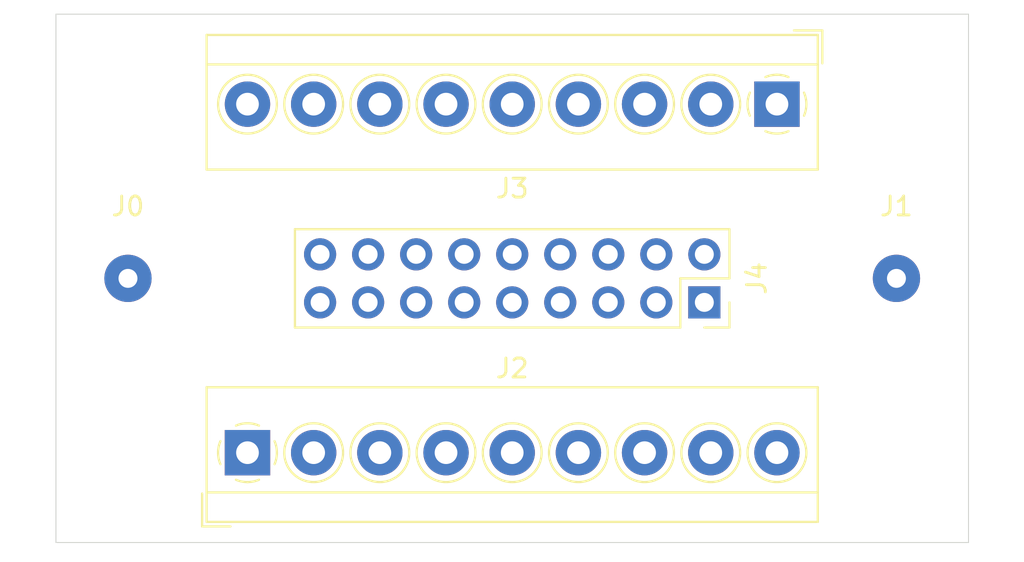
<source format=kicad_pcb>
(kicad_pcb (version 20171130) (host pcbnew 5.1.5+dfsg1-2build2)

  (general
    (thickness 1.6)
    (drawings 4)
    (tracks 0)
    (zones 0)
    (modules 9)
    (nets 20)
  )

  (page A4)
  (title_block
    (title "TUSISTEMITA TEMPLATE")
    (company Galopago)
  )

  (layers
    (0 F.Cu signal)
    (31 B.Cu signal)
    (32 B.Adhes user)
    (33 F.Adhes user)
    (34 B.Paste user)
    (35 F.Paste user)
    (36 B.SilkS user)
    (37 F.SilkS user)
    (38 B.Mask user)
    (39 F.Mask user)
    (40 Dwgs.User user)
    (41 Cmts.User user)
    (42 Eco1.User user)
    (43 Eco2.User user)
    (44 Edge.Cuts user)
    (45 Margin user)
    (46 B.CrtYd user)
    (47 F.CrtYd user)
    (48 B.Fab user)
    (49 F.Fab user)
  )

  (setup
    (last_trace_width 0.25)
    (trace_clearance 0.2)
    (zone_clearance 0.508)
    (zone_45_only no)
    (trace_min 0.2)
    (via_size 0.8)
    (via_drill 0.4)
    (via_min_size 0.4)
    (via_min_drill 0.3)
    (uvia_size 0.3)
    (uvia_drill 0.1)
    (uvias_allowed no)
    (uvia_min_size 0.2)
    (uvia_min_drill 0.1)
    (edge_width 0.05)
    (segment_width 0.2)
    (pcb_text_width 0.3)
    (pcb_text_size 1.5 1.5)
    (mod_edge_width 0.12)
    (mod_text_size 1 1)
    (mod_text_width 0.15)
    (pad_size 3 3)
    (pad_drill 3)
    (pad_to_mask_clearance 0.051)
    (solder_mask_min_width 0.25)
    (aux_axis_origin 0 0)
    (visible_elements FFFFFF7F)
    (pcbplotparams
      (layerselection 0x010fc_ffffffff)
      (usegerberextensions false)
      (usegerberattributes false)
      (usegerberadvancedattributes false)
      (creategerberjobfile false)
      (excludeedgelayer true)
      (linewidth 0.100000)
      (plotframeref false)
      (viasonmask false)
      (mode 1)
      (useauxorigin false)
      (hpglpennumber 1)
      (hpglpenspeed 20)
      (hpglpendiameter 15.000000)
      (psnegative false)
      (psa4output false)
      (plotreference true)
      (plotvalue true)
      (plotinvisibletext false)
      (padsonsilk false)
      (subtractmaskfromsilk false)
      (outputformat 1)
      (mirror false)
      (drillshape 1)
      (scaleselection 1)
      (outputdirectory ""))
  )

  (net 0 "")
  (net 1 "Net-(J0-Pad1)")
  (net 2 "Net-(J2-Pad9)")
  (net 3 "Net-(J2-Pad8)")
  (net 4 "Net-(J2-Pad7)")
  (net 5 "Net-(J2-Pad6)")
  (net 6 "Net-(J2-Pad5)")
  (net 7 "Net-(J2-Pad4)")
  (net 8 "Net-(J2-Pad3)")
  (net 9 "Net-(J2-Pad2)")
  (net 10 "Net-(J2-Pad1)")
  (net 11 "Net-(J3-Pad9)")
  (net 12 "Net-(J3-Pad8)")
  (net 13 "Net-(J3-Pad7)")
  (net 14 "Net-(J3-Pad6)")
  (net 15 "Net-(J3-Pad5)")
  (net 16 "Net-(J3-Pad4)")
  (net 17 "Net-(J3-Pad3)")
  (net 18 "Net-(J3-Pad2)")
  (net 19 "Net-(J3-Pad1)")

  (net_class Default "This is the default net class."
    (clearance 0.2)
    (trace_width 0.25)
    (via_dia 0.8)
    (via_drill 0.4)
    (uvia_dia 0.3)
    (uvia_drill 0.1)
    (add_net "Net-(J0-Pad1)")
    (add_net "Net-(J2-Pad1)")
    (add_net "Net-(J2-Pad2)")
    (add_net "Net-(J2-Pad3)")
    (add_net "Net-(J2-Pad4)")
    (add_net "Net-(J2-Pad5)")
    (add_net "Net-(J2-Pad6)")
    (add_net "Net-(J2-Pad7)")
    (add_net "Net-(J2-Pad8)")
    (add_net "Net-(J2-Pad9)")
    (add_net "Net-(J3-Pad1)")
    (add_net "Net-(J3-Pad2)")
    (add_net "Net-(J3-Pad3)")
    (add_net "Net-(J3-Pad4)")
    (add_net "Net-(J3-Pad5)")
    (add_net "Net-(J3-Pad6)")
    (add_net "Net-(J3-Pad7)")
    (add_net "Net-(J3-Pad8)")
    (add_net "Net-(J3-Pad9)")
  )

  (module TerminalBlock_4Ucon:TerminalBlock_4Ucon_1x09_P3.50mm_Horizontal (layer F.Cu) (tedit 5B294E96) (tstamp 61555D0C)
    (at 58.13 24.757 180)
    (descr "Terminal Block 4Ucon ItemNo. 10686, 9 pins, pitch 3.5mm, size 32.2x7mm^2, drill diamater 1.2mm, pad diameter 2.4mm, see http://www.4uconnector.com/online/object/4udrawing/10686.pdf, script-generated using https://github.com/pointhi/kicad-footprint-generator/scripts/TerminalBlock_4Ucon")
    (tags "THT Terminal Block 4Ucon ItemNo. 10686 pitch 3.5mm size 32.2x7mm^2 drill 1.2mm pad 2.4mm")
    (path /6159B5D9)
    (fp_text reference J3 (at 14 -4.46) (layer F.SilkS)
      (effects (font (size 1 1) (thickness 0.15)))
    )
    (fp_text value Conn_01x09_Female (at 14 4.66) (layer F.Fab)
      (effects (font (size 1 1) (thickness 0.15)))
    )
    (fp_text user %R (at 14 2.9) (layer F.Fab)
      (effects (font (size 1 1) (thickness 0.15)))
    )
    (fp_line (start 30.6 -3.9) (end -2.6 -3.9) (layer F.CrtYd) (width 0.05))
    (fp_line (start 30.6 4.1) (end 30.6 -3.9) (layer F.CrtYd) (width 0.05))
    (fp_line (start -2.6 4.1) (end 30.6 4.1) (layer F.CrtYd) (width 0.05))
    (fp_line (start -2.6 -3.9) (end -2.6 4.1) (layer F.CrtYd) (width 0.05))
    (fp_line (start -2.4 3.9) (end -0.9 3.9) (layer F.SilkS) (width 0.12))
    (fp_line (start -2.4 2.16) (end -2.4 3.9) (layer F.SilkS) (width 0.12))
    (fp_line (start 26.9 0.069) (end 26.9 -0.069) (layer F.Fab) (width 0.1))
    (fp_line (start 27.931 0.069) (end 26.9 0.069) (layer F.Fab) (width 0.1))
    (fp_line (start 27.931 1.1) (end 27.931 0.069) (layer F.Fab) (width 0.1))
    (fp_line (start 28.069 1.1) (end 27.931 1.1) (layer F.Fab) (width 0.1))
    (fp_line (start 28.069 0.069) (end 28.069 1.1) (layer F.Fab) (width 0.1))
    (fp_line (start 29.1 0.069) (end 28.069 0.069) (layer F.Fab) (width 0.1))
    (fp_line (start 29.1 -0.069) (end 29.1 0.069) (layer F.Fab) (width 0.1))
    (fp_line (start 28.069 -0.069) (end 29.1 -0.069) (layer F.Fab) (width 0.1))
    (fp_line (start 28.069 -1.1) (end 28.069 -0.069) (layer F.Fab) (width 0.1))
    (fp_line (start 27.931 -1.1) (end 28.069 -1.1) (layer F.Fab) (width 0.1))
    (fp_line (start 27.931 -0.069) (end 27.931 -1.1) (layer F.Fab) (width 0.1))
    (fp_line (start 26.9 -0.069) (end 27.931 -0.069) (layer F.Fab) (width 0.1))
    (fp_line (start 23.4 0.069) (end 23.4 -0.069) (layer F.Fab) (width 0.1))
    (fp_line (start 24.431 0.069) (end 23.4 0.069) (layer F.Fab) (width 0.1))
    (fp_line (start 24.431 1.1) (end 24.431 0.069) (layer F.Fab) (width 0.1))
    (fp_line (start 24.569 1.1) (end 24.431 1.1) (layer F.Fab) (width 0.1))
    (fp_line (start 24.569 0.069) (end 24.569 1.1) (layer F.Fab) (width 0.1))
    (fp_line (start 25.6 0.069) (end 24.569 0.069) (layer F.Fab) (width 0.1))
    (fp_line (start 25.6 -0.069) (end 25.6 0.069) (layer F.Fab) (width 0.1))
    (fp_line (start 24.569 -0.069) (end 25.6 -0.069) (layer F.Fab) (width 0.1))
    (fp_line (start 24.569 -1.1) (end 24.569 -0.069) (layer F.Fab) (width 0.1))
    (fp_line (start 24.431 -1.1) (end 24.569 -1.1) (layer F.Fab) (width 0.1))
    (fp_line (start 24.431 -0.069) (end 24.431 -1.1) (layer F.Fab) (width 0.1))
    (fp_line (start 23.4 -0.069) (end 24.431 -0.069) (layer F.Fab) (width 0.1))
    (fp_line (start 19.9 0.069) (end 19.9 -0.069) (layer F.Fab) (width 0.1))
    (fp_line (start 20.931 0.069) (end 19.9 0.069) (layer F.Fab) (width 0.1))
    (fp_line (start 20.931 1.1) (end 20.931 0.069) (layer F.Fab) (width 0.1))
    (fp_line (start 21.069 1.1) (end 20.931 1.1) (layer F.Fab) (width 0.1))
    (fp_line (start 21.069 0.069) (end 21.069 1.1) (layer F.Fab) (width 0.1))
    (fp_line (start 22.1 0.069) (end 21.069 0.069) (layer F.Fab) (width 0.1))
    (fp_line (start 22.1 -0.069) (end 22.1 0.069) (layer F.Fab) (width 0.1))
    (fp_line (start 21.069 -0.069) (end 22.1 -0.069) (layer F.Fab) (width 0.1))
    (fp_line (start 21.069 -1.1) (end 21.069 -0.069) (layer F.Fab) (width 0.1))
    (fp_line (start 20.931 -1.1) (end 21.069 -1.1) (layer F.Fab) (width 0.1))
    (fp_line (start 20.931 -0.069) (end 20.931 -1.1) (layer F.Fab) (width 0.1))
    (fp_line (start 19.9 -0.069) (end 20.931 -0.069) (layer F.Fab) (width 0.1))
    (fp_line (start 16.4 0.069) (end 16.4 -0.069) (layer F.Fab) (width 0.1))
    (fp_line (start 17.431 0.069) (end 16.4 0.069) (layer F.Fab) (width 0.1))
    (fp_line (start 17.431 1.1) (end 17.431 0.069) (layer F.Fab) (width 0.1))
    (fp_line (start 17.569 1.1) (end 17.431 1.1) (layer F.Fab) (width 0.1))
    (fp_line (start 17.569 0.069) (end 17.569 1.1) (layer F.Fab) (width 0.1))
    (fp_line (start 18.6 0.069) (end 17.569 0.069) (layer F.Fab) (width 0.1))
    (fp_line (start 18.6 -0.069) (end 18.6 0.069) (layer F.Fab) (width 0.1))
    (fp_line (start 17.569 -0.069) (end 18.6 -0.069) (layer F.Fab) (width 0.1))
    (fp_line (start 17.569 -1.1) (end 17.569 -0.069) (layer F.Fab) (width 0.1))
    (fp_line (start 17.431 -1.1) (end 17.569 -1.1) (layer F.Fab) (width 0.1))
    (fp_line (start 17.431 -0.069) (end 17.431 -1.1) (layer F.Fab) (width 0.1))
    (fp_line (start 16.4 -0.069) (end 17.431 -0.069) (layer F.Fab) (width 0.1))
    (fp_line (start 12.9 0.069) (end 12.9 -0.069) (layer F.Fab) (width 0.1))
    (fp_line (start 13.931 0.069) (end 12.9 0.069) (layer F.Fab) (width 0.1))
    (fp_line (start 13.931 1.1) (end 13.931 0.069) (layer F.Fab) (width 0.1))
    (fp_line (start 14.069 1.1) (end 13.931 1.1) (layer F.Fab) (width 0.1))
    (fp_line (start 14.069 0.069) (end 14.069 1.1) (layer F.Fab) (width 0.1))
    (fp_line (start 15.1 0.069) (end 14.069 0.069) (layer F.Fab) (width 0.1))
    (fp_line (start 15.1 -0.069) (end 15.1 0.069) (layer F.Fab) (width 0.1))
    (fp_line (start 14.069 -0.069) (end 15.1 -0.069) (layer F.Fab) (width 0.1))
    (fp_line (start 14.069 -1.1) (end 14.069 -0.069) (layer F.Fab) (width 0.1))
    (fp_line (start 13.931 -1.1) (end 14.069 -1.1) (layer F.Fab) (width 0.1))
    (fp_line (start 13.931 -0.069) (end 13.931 -1.1) (layer F.Fab) (width 0.1))
    (fp_line (start 12.9 -0.069) (end 13.931 -0.069) (layer F.Fab) (width 0.1))
    (fp_line (start 9.4 0.069) (end 9.4 -0.069) (layer F.Fab) (width 0.1))
    (fp_line (start 10.431 0.069) (end 9.4 0.069) (layer F.Fab) (width 0.1))
    (fp_line (start 10.431 1.1) (end 10.431 0.069) (layer F.Fab) (width 0.1))
    (fp_line (start 10.569 1.1) (end 10.431 1.1) (layer F.Fab) (width 0.1))
    (fp_line (start 10.569 0.069) (end 10.569 1.1) (layer F.Fab) (width 0.1))
    (fp_line (start 11.6 0.069) (end 10.569 0.069) (layer F.Fab) (width 0.1))
    (fp_line (start 11.6 -0.069) (end 11.6 0.069) (layer F.Fab) (width 0.1))
    (fp_line (start 10.569 -0.069) (end 11.6 -0.069) (layer F.Fab) (width 0.1))
    (fp_line (start 10.569 -1.1) (end 10.569 -0.069) (layer F.Fab) (width 0.1))
    (fp_line (start 10.431 -1.1) (end 10.569 -1.1) (layer F.Fab) (width 0.1))
    (fp_line (start 10.431 -0.069) (end 10.431 -1.1) (layer F.Fab) (width 0.1))
    (fp_line (start 9.4 -0.069) (end 10.431 -0.069) (layer F.Fab) (width 0.1))
    (fp_line (start 5.9 0.069) (end 5.9 -0.069) (layer F.Fab) (width 0.1))
    (fp_line (start 6.931 0.069) (end 5.9 0.069) (layer F.Fab) (width 0.1))
    (fp_line (start 6.931 1.1) (end 6.931 0.069) (layer F.Fab) (width 0.1))
    (fp_line (start 7.069 1.1) (end 6.931 1.1) (layer F.Fab) (width 0.1))
    (fp_line (start 7.069 0.069) (end 7.069 1.1) (layer F.Fab) (width 0.1))
    (fp_line (start 8.1 0.069) (end 7.069 0.069) (layer F.Fab) (width 0.1))
    (fp_line (start 8.1 -0.069) (end 8.1 0.069) (layer F.Fab) (width 0.1))
    (fp_line (start 7.069 -0.069) (end 8.1 -0.069) (layer F.Fab) (width 0.1))
    (fp_line (start 7.069 -1.1) (end 7.069 -0.069) (layer F.Fab) (width 0.1))
    (fp_line (start 6.931 -1.1) (end 7.069 -1.1) (layer F.Fab) (width 0.1))
    (fp_line (start 6.931 -0.069) (end 6.931 -1.1) (layer F.Fab) (width 0.1))
    (fp_line (start 5.9 -0.069) (end 6.931 -0.069) (layer F.Fab) (width 0.1))
    (fp_line (start 2.4 0.069) (end 2.4 -0.069) (layer F.Fab) (width 0.1))
    (fp_line (start 3.431 0.069) (end 2.4 0.069) (layer F.Fab) (width 0.1))
    (fp_line (start 3.431 1.1) (end 3.431 0.069) (layer F.Fab) (width 0.1))
    (fp_line (start 3.569 1.1) (end 3.431 1.1) (layer F.Fab) (width 0.1))
    (fp_line (start 3.569 0.069) (end 3.569 1.1) (layer F.Fab) (width 0.1))
    (fp_line (start 4.6 0.069) (end 3.569 0.069) (layer F.Fab) (width 0.1))
    (fp_line (start 4.6 -0.069) (end 4.6 0.069) (layer F.Fab) (width 0.1))
    (fp_line (start 3.569 -0.069) (end 4.6 -0.069) (layer F.Fab) (width 0.1))
    (fp_line (start 3.569 -1.1) (end 3.569 -0.069) (layer F.Fab) (width 0.1))
    (fp_line (start 3.431 -1.1) (end 3.569 -1.1) (layer F.Fab) (width 0.1))
    (fp_line (start 3.431 -0.069) (end 3.431 -1.1) (layer F.Fab) (width 0.1))
    (fp_line (start 2.4 -0.069) (end 3.431 -0.069) (layer F.Fab) (width 0.1))
    (fp_line (start -1.1 0.069) (end -1.1 -0.069) (layer F.Fab) (width 0.1))
    (fp_line (start -0.069 0.069) (end -1.1 0.069) (layer F.Fab) (width 0.1))
    (fp_line (start -0.069 1.1) (end -0.069 0.069) (layer F.Fab) (width 0.1))
    (fp_line (start 0.069 1.1) (end -0.069 1.1) (layer F.Fab) (width 0.1))
    (fp_line (start 0.069 0.069) (end 0.069 1.1) (layer F.Fab) (width 0.1))
    (fp_line (start 1.1 0.069) (end 0.069 0.069) (layer F.Fab) (width 0.1))
    (fp_line (start 1.1 -0.069) (end 1.1 0.069) (layer F.Fab) (width 0.1))
    (fp_line (start 0.069 -0.069) (end 1.1 -0.069) (layer F.Fab) (width 0.1))
    (fp_line (start 0.069 -1.1) (end 0.069 -0.069) (layer F.Fab) (width 0.1))
    (fp_line (start -0.069 -1.1) (end 0.069 -1.1) (layer F.Fab) (width 0.1))
    (fp_line (start -0.069 -0.069) (end -0.069 -1.1) (layer F.Fab) (width 0.1))
    (fp_line (start -1.1 -0.069) (end -0.069 -0.069) (layer F.Fab) (width 0.1))
    (fp_line (start 30.16 -3.46) (end 30.16 3.66) (layer F.SilkS) (width 0.12))
    (fp_line (start -2.16 -3.46) (end -2.16 3.66) (layer F.SilkS) (width 0.12))
    (fp_line (start -2.16 3.66) (end 30.16 3.66) (layer F.SilkS) (width 0.12))
    (fp_line (start -2.16 -3.46) (end 30.16 -3.46) (layer F.SilkS) (width 0.12))
    (fp_line (start -2.16 2.1) (end 30.16 2.1) (layer F.SilkS) (width 0.12))
    (fp_line (start -2.1 2.1) (end 30.1 2.1) (layer F.Fab) (width 0.1))
    (fp_line (start -2.1 2.1) (end -2.1 -3.4) (layer F.Fab) (width 0.1))
    (fp_line (start -0.6 3.6) (end -2.1 2.1) (layer F.Fab) (width 0.1))
    (fp_line (start 30.1 3.6) (end -0.6 3.6) (layer F.Fab) (width 0.1))
    (fp_line (start 30.1 -3.4) (end 30.1 3.6) (layer F.Fab) (width 0.1))
    (fp_line (start -2.1 -3.4) (end 30.1 -3.4) (layer F.Fab) (width 0.1))
    (fp_circle (center 28 0) (end 29.555 0) (layer F.SilkS) (width 0.12))
    (fp_circle (center 28 0) (end 29.375 0) (layer F.Fab) (width 0.1))
    (fp_circle (center 24.5 0) (end 26.055 0) (layer F.SilkS) (width 0.12))
    (fp_circle (center 24.5 0) (end 25.875 0) (layer F.Fab) (width 0.1))
    (fp_circle (center 21 0) (end 22.555 0) (layer F.SilkS) (width 0.12))
    (fp_circle (center 21 0) (end 22.375 0) (layer F.Fab) (width 0.1))
    (fp_circle (center 17.5 0) (end 19.055 0) (layer F.SilkS) (width 0.12))
    (fp_circle (center 17.5 0) (end 18.875 0) (layer F.Fab) (width 0.1))
    (fp_circle (center 14 0) (end 15.555 0) (layer F.SilkS) (width 0.12))
    (fp_circle (center 14 0) (end 15.375 0) (layer F.Fab) (width 0.1))
    (fp_circle (center 10.5 0) (end 12.055 0) (layer F.SilkS) (width 0.12))
    (fp_circle (center 10.5 0) (end 11.875 0) (layer F.Fab) (width 0.1))
    (fp_circle (center 7 0) (end 8.555 0) (layer F.SilkS) (width 0.12))
    (fp_circle (center 7 0) (end 8.375 0) (layer F.Fab) (width 0.1))
    (fp_circle (center 3.5 0) (end 5.055 0) (layer F.SilkS) (width 0.12))
    (fp_circle (center 3.5 0) (end 4.875 0) (layer F.Fab) (width 0.1))
    (fp_circle (center 0 0) (end 1.375 0) (layer F.Fab) (width 0.1))
    (fp_arc (start 0 0) (end -0.608 1.432) (angle -24) (layer F.SilkS) (width 0.12))
    (fp_arc (start 0 0) (end -1.432 -0.608) (angle -46) (layer F.SilkS) (width 0.12))
    (fp_arc (start 0 0) (end 0.608 -1.432) (angle -46) (layer F.SilkS) (width 0.12))
    (fp_arc (start 0 0) (end 1.432 0.608) (angle -46) (layer F.SilkS) (width 0.12))
    (fp_arc (start 0 0) (end 0 1.555) (angle -23) (layer F.SilkS) (width 0.12))
    (pad 9 thru_hole circle (at 28 0 180) (size 2.4 2.4) (drill 1.2) (layers *.Cu *.Mask)
      (net 11 "Net-(J3-Pad9)"))
    (pad 8 thru_hole circle (at 24.5 0 180) (size 2.4 2.4) (drill 1.2) (layers *.Cu *.Mask)
      (net 12 "Net-(J3-Pad8)"))
    (pad 7 thru_hole circle (at 21 0 180) (size 2.4 2.4) (drill 1.2) (layers *.Cu *.Mask)
      (net 13 "Net-(J3-Pad7)"))
    (pad 6 thru_hole circle (at 17.5 0 180) (size 2.4 2.4) (drill 1.2) (layers *.Cu *.Mask)
      (net 14 "Net-(J3-Pad6)"))
    (pad 5 thru_hole circle (at 14 0 180) (size 2.4 2.4) (drill 1.2) (layers *.Cu *.Mask)
      (net 15 "Net-(J3-Pad5)"))
    (pad 4 thru_hole circle (at 10.5 0 180) (size 2.4 2.4) (drill 1.2) (layers *.Cu *.Mask)
      (net 16 "Net-(J3-Pad4)"))
    (pad 3 thru_hole circle (at 7 0 180) (size 2.4 2.4) (drill 1.2) (layers *.Cu *.Mask)
      (net 17 "Net-(J3-Pad3)"))
    (pad 2 thru_hole circle (at 3.5 0 180) (size 2.4 2.4) (drill 1.2) (layers *.Cu *.Mask)
      (net 18 "Net-(J3-Pad2)"))
    (pad 1 thru_hole rect (at 0 0 180) (size 2.4 2.4) (drill 1.2) (layers *.Cu *.Mask)
      (net 19 "Net-(J3-Pad1)"))
    (model ${KISYS3DMOD}/TerminalBlock_4Ucon.3dshapes/TerminalBlock_4Ucon_1x09_P3.50mm_Horizontal.wrl
      (at (xyz 0 0 0))
      (scale (xyz 1 1 1))
      (rotate (xyz 0 0 0))
    )
  )

  (module TerminalBlock_4Ucon:TerminalBlock_4Ucon_1x09_P3.50mm_Horizontal (layer F.Cu) (tedit 5B294E96) (tstamp 615539D1)
    (at 30.13 43.188)
    (descr "Terminal Block 4Ucon ItemNo. 10686, 9 pins, pitch 3.5mm, size 32.2x7mm^2, drill diamater 1.2mm, pad diameter 2.4mm, see http://www.4uconnector.com/online/object/4udrawing/10686.pdf, script-generated using https://github.com/pointhi/kicad-footprint-generator/scripts/TerminalBlock_4Ucon")
    (tags "THT Terminal Block 4Ucon ItemNo. 10686 pitch 3.5mm size 32.2x7mm^2 drill 1.2mm pad 2.4mm")
    (path /6159089F)
    (fp_text reference J2 (at 14 -4.46) (layer F.SilkS)
      (effects (font (size 1 1) (thickness 0.15)))
    )
    (fp_text value Conn_01x09_Female (at 14 4.66) (layer F.Fab)
      (effects (font (size 1 1) (thickness 0.15)))
    )
    (fp_text user %R (at 14 2.9) (layer F.Fab)
      (effects (font (size 1 1) (thickness 0.15)))
    )
    (fp_line (start 30.6 -3.9) (end -2.6 -3.9) (layer F.CrtYd) (width 0.05))
    (fp_line (start 30.6 4.1) (end 30.6 -3.9) (layer F.CrtYd) (width 0.05))
    (fp_line (start -2.6 4.1) (end 30.6 4.1) (layer F.CrtYd) (width 0.05))
    (fp_line (start -2.6 -3.9) (end -2.6 4.1) (layer F.CrtYd) (width 0.05))
    (fp_line (start -2.4 3.9) (end -0.9 3.9) (layer F.SilkS) (width 0.12))
    (fp_line (start -2.4 2.16) (end -2.4 3.9) (layer F.SilkS) (width 0.12))
    (fp_line (start 26.9 0.069) (end 26.9 -0.069) (layer F.Fab) (width 0.1))
    (fp_line (start 27.931 0.069) (end 26.9 0.069) (layer F.Fab) (width 0.1))
    (fp_line (start 27.931 1.1) (end 27.931 0.069) (layer F.Fab) (width 0.1))
    (fp_line (start 28.069 1.1) (end 27.931 1.1) (layer F.Fab) (width 0.1))
    (fp_line (start 28.069 0.069) (end 28.069 1.1) (layer F.Fab) (width 0.1))
    (fp_line (start 29.1 0.069) (end 28.069 0.069) (layer F.Fab) (width 0.1))
    (fp_line (start 29.1 -0.069) (end 29.1 0.069) (layer F.Fab) (width 0.1))
    (fp_line (start 28.069 -0.069) (end 29.1 -0.069) (layer F.Fab) (width 0.1))
    (fp_line (start 28.069 -1.1) (end 28.069 -0.069) (layer F.Fab) (width 0.1))
    (fp_line (start 27.931 -1.1) (end 28.069 -1.1) (layer F.Fab) (width 0.1))
    (fp_line (start 27.931 -0.069) (end 27.931 -1.1) (layer F.Fab) (width 0.1))
    (fp_line (start 26.9 -0.069) (end 27.931 -0.069) (layer F.Fab) (width 0.1))
    (fp_line (start 23.4 0.069) (end 23.4 -0.069) (layer F.Fab) (width 0.1))
    (fp_line (start 24.431 0.069) (end 23.4 0.069) (layer F.Fab) (width 0.1))
    (fp_line (start 24.431 1.1) (end 24.431 0.069) (layer F.Fab) (width 0.1))
    (fp_line (start 24.569 1.1) (end 24.431 1.1) (layer F.Fab) (width 0.1))
    (fp_line (start 24.569 0.069) (end 24.569 1.1) (layer F.Fab) (width 0.1))
    (fp_line (start 25.6 0.069) (end 24.569 0.069) (layer F.Fab) (width 0.1))
    (fp_line (start 25.6 -0.069) (end 25.6 0.069) (layer F.Fab) (width 0.1))
    (fp_line (start 24.569 -0.069) (end 25.6 -0.069) (layer F.Fab) (width 0.1))
    (fp_line (start 24.569 -1.1) (end 24.569 -0.069) (layer F.Fab) (width 0.1))
    (fp_line (start 24.431 -1.1) (end 24.569 -1.1) (layer F.Fab) (width 0.1))
    (fp_line (start 24.431 -0.069) (end 24.431 -1.1) (layer F.Fab) (width 0.1))
    (fp_line (start 23.4 -0.069) (end 24.431 -0.069) (layer F.Fab) (width 0.1))
    (fp_line (start 19.9 0.069) (end 19.9 -0.069) (layer F.Fab) (width 0.1))
    (fp_line (start 20.931 0.069) (end 19.9 0.069) (layer F.Fab) (width 0.1))
    (fp_line (start 20.931 1.1) (end 20.931 0.069) (layer F.Fab) (width 0.1))
    (fp_line (start 21.069 1.1) (end 20.931 1.1) (layer F.Fab) (width 0.1))
    (fp_line (start 21.069 0.069) (end 21.069 1.1) (layer F.Fab) (width 0.1))
    (fp_line (start 22.1 0.069) (end 21.069 0.069) (layer F.Fab) (width 0.1))
    (fp_line (start 22.1 -0.069) (end 22.1 0.069) (layer F.Fab) (width 0.1))
    (fp_line (start 21.069 -0.069) (end 22.1 -0.069) (layer F.Fab) (width 0.1))
    (fp_line (start 21.069 -1.1) (end 21.069 -0.069) (layer F.Fab) (width 0.1))
    (fp_line (start 20.931 -1.1) (end 21.069 -1.1) (layer F.Fab) (width 0.1))
    (fp_line (start 20.931 -0.069) (end 20.931 -1.1) (layer F.Fab) (width 0.1))
    (fp_line (start 19.9 -0.069) (end 20.931 -0.069) (layer F.Fab) (width 0.1))
    (fp_line (start 16.4 0.069) (end 16.4 -0.069) (layer F.Fab) (width 0.1))
    (fp_line (start 17.431 0.069) (end 16.4 0.069) (layer F.Fab) (width 0.1))
    (fp_line (start 17.431 1.1) (end 17.431 0.069) (layer F.Fab) (width 0.1))
    (fp_line (start 17.569 1.1) (end 17.431 1.1) (layer F.Fab) (width 0.1))
    (fp_line (start 17.569 0.069) (end 17.569 1.1) (layer F.Fab) (width 0.1))
    (fp_line (start 18.6 0.069) (end 17.569 0.069) (layer F.Fab) (width 0.1))
    (fp_line (start 18.6 -0.069) (end 18.6 0.069) (layer F.Fab) (width 0.1))
    (fp_line (start 17.569 -0.069) (end 18.6 -0.069) (layer F.Fab) (width 0.1))
    (fp_line (start 17.569 -1.1) (end 17.569 -0.069) (layer F.Fab) (width 0.1))
    (fp_line (start 17.431 -1.1) (end 17.569 -1.1) (layer F.Fab) (width 0.1))
    (fp_line (start 17.431 -0.069) (end 17.431 -1.1) (layer F.Fab) (width 0.1))
    (fp_line (start 16.4 -0.069) (end 17.431 -0.069) (layer F.Fab) (width 0.1))
    (fp_line (start 12.9 0.069) (end 12.9 -0.069) (layer F.Fab) (width 0.1))
    (fp_line (start 13.931 0.069) (end 12.9 0.069) (layer F.Fab) (width 0.1))
    (fp_line (start 13.931 1.1) (end 13.931 0.069) (layer F.Fab) (width 0.1))
    (fp_line (start 14.069 1.1) (end 13.931 1.1) (layer F.Fab) (width 0.1))
    (fp_line (start 14.069 0.069) (end 14.069 1.1) (layer F.Fab) (width 0.1))
    (fp_line (start 15.1 0.069) (end 14.069 0.069) (layer F.Fab) (width 0.1))
    (fp_line (start 15.1 -0.069) (end 15.1 0.069) (layer F.Fab) (width 0.1))
    (fp_line (start 14.069 -0.069) (end 15.1 -0.069) (layer F.Fab) (width 0.1))
    (fp_line (start 14.069 -1.1) (end 14.069 -0.069) (layer F.Fab) (width 0.1))
    (fp_line (start 13.931 -1.1) (end 14.069 -1.1) (layer F.Fab) (width 0.1))
    (fp_line (start 13.931 -0.069) (end 13.931 -1.1) (layer F.Fab) (width 0.1))
    (fp_line (start 12.9 -0.069) (end 13.931 -0.069) (layer F.Fab) (width 0.1))
    (fp_line (start 9.4 0.069) (end 9.4 -0.069) (layer F.Fab) (width 0.1))
    (fp_line (start 10.431 0.069) (end 9.4 0.069) (layer F.Fab) (width 0.1))
    (fp_line (start 10.431 1.1) (end 10.431 0.069) (layer F.Fab) (width 0.1))
    (fp_line (start 10.569 1.1) (end 10.431 1.1) (layer F.Fab) (width 0.1))
    (fp_line (start 10.569 0.069) (end 10.569 1.1) (layer F.Fab) (width 0.1))
    (fp_line (start 11.6 0.069) (end 10.569 0.069) (layer F.Fab) (width 0.1))
    (fp_line (start 11.6 -0.069) (end 11.6 0.069) (layer F.Fab) (width 0.1))
    (fp_line (start 10.569 -0.069) (end 11.6 -0.069) (layer F.Fab) (width 0.1))
    (fp_line (start 10.569 -1.1) (end 10.569 -0.069) (layer F.Fab) (width 0.1))
    (fp_line (start 10.431 -1.1) (end 10.569 -1.1) (layer F.Fab) (width 0.1))
    (fp_line (start 10.431 -0.069) (end 10.431 -1.1) (layer F.Fab) (width 0.1))
    (fp_line (start 9.4 -0.069) (end 10.431 -0.069) (layer F.Fab) (width 0.1))
    (fp_line (start 5.9 0.069) (end 5.9 -0.069) (layer F.Fab) (width 0.1))
    (fp_line (start 6.931 0.069) (end 5.9 0.069) (layer F.Fab) (width 0.1))
    (fp_line (start 6.931 1.1) (end 6.931 0.069) (layer F.Fab) (width 0.1))
    (fp_line (start 7.069 1.1) (end 6.931 1.1) (layer F.Fab) (width 0.1))
    (fp_line (start 7.069 0.069) (end 7.069 1.1) (layer F.Fab) (width 0.1))
    (fp_line (start 8.1 0.069) (end 7.069 0.069) (layer F.Fab) (width 0.1))
    (fp_line (start 8.1 -0.069) (end 8.1 0.069) (layer F.Fab) (width 0.1))
    (fp_line (start 7.069 -0.069) (end 8.1 -0.069) (layer F.Fab) (width 0.1))
    (fp_line (start 7.069 -1.1) (end 7.069 -0.069) (layer F.Fab) (width 0.1))
    (fp_line (start 6.931 -1.1) (end 7.069 -1.1) (layer F.Fab) (width 0.1))
    (fp_line (start 6.931 -0.069) (end 6.931 -1.1) (layer F.Fab) (width 0.1))
    (fp_line (start 5.9 -0.069) (end 6.931 -0.069) (layer F.Fab) (width 0.1))
    (fp_line (start 2.4 0.069) (end 2.4 -0.069) (layer F.Fab) (width 0.1))
    (fp_line (start 3.431 0.069) (end 2.4 0.069) (layer F.Fab) (width 0.1))
    (fp_line (start 3.431 1.1) (end 3.431 0.069) (layer F.Fab) (width 0.1))
    (fp_line (start 3.569 1.1) (end 3.431 1.1) (layer F.Fab) (width 0.1))
    (fp_line (start 3.569 0.069) (end 3.569 1.1) (layer F.Fab) (width 0.1))
    (fp_line (start 4.6 0.069) (end 3.569 0.069) (layer F.Fab) (width 0.1))
    (fp_line (start 4.6 -0.069) (end 4.6 0.069) (layer F.Fab) (width 0.1))
    (fp_line (start 3.569 -0.069) (end 4.6 -0.069) (layer F.Fab) (width 0.1))
    (fp_line (start 3.569 -1.1) (end 3.569 -0.069) (layer F.Fab) (width 0.1))
    (fp_line (start 3.431 -1.1) (end 3.569 -1.1) (layer F.Fab) (width 0.1))
    (fp_line (start 3.431 -0.069) (end 3.431 -1.1) (layer F.Fab) (width 0.1))
    (fp_line (start 2.4 -0.069) (end 3.431 -0.069) (layer F.Fab) (width 0.1))
    (fp_line (start -1.1 0.069) (end -1.1 -0.069) (layer F.Fab) (width 0.1))
    (fp_line (start -0.069 0.069) (end -1.1 0.069) (layer F.Fab) (width 0.1))
    (fp_line (start -0.069 1.1) (end -0.069 0.069) (layer F.Fab) (width 0.1))
    (fp_line (start 0.069 1.1) (end -0.069 1.1) (layer F.Fab) (width 0.1))
    (fp_line (start 0.069 0.069) (end 0.069 1.1) (layer F.Fab) (width 0.1))
    (fp_line (start 1.1 0.069) (end 0.069 0.069) (layer F.Fab) (width 0.1))
    (fp_line (start 1.1 -0.069) (end 1.1 0.069) (layer F.Fab) (width 0.1))
    (fp_line (start 0.069 -0.069) (end 1.1 -0.069) (layer F.Fab) (width 0.1))
    (fp_line (start 0.069 -1.1) (end 0.069 -0.069) (layer F.Fab) (width 0.1))
    (fp_line (start -0.069 -1.1) (end 0.069 -1.1) (layer F.Fab) (width 0.1))
    (fp_line (start -0.069 -0.069) (end -0.069 -1.1) (layer F.Fab) (width 0.1))
    (fp_line (start -1.1 -0.069) (end -0.069 -0.069) (layer F.Fab) (width 0.1))
    (fp_line (start 30.16 -3.46) (end 30.16 3.66) (layer F.SilkS) (width 0.12))
    (fp_line (start -2.16 -3.46) (end -2.16 3.66) (layer F.SilkS) (width 0.12))
    (fp_line (start -2.16 3.66) (end 30.16 3.66) (layer F.SilkS) (width 0.12))
    (fp_line (start -2.16 -3.46) (end 30.16 -3.46) (layer F.SilkS) (width 0.12))
    (fp_line (start -2.16 2.1) (end 30.16 2.1) (layer F.SilkS) (width 0.12))
    (fp_line (start -2.1 2.1) (end 30.1 2.1) (layer F.Fab) (width 0.1))
    (fp_line (start -2.1 2.1) (end -2.1 -3.4) (layer F.Fab) (width 0.1))
    (fp_line (start -0.6 3.6) (end -2.1 2.1) (layer F.Fab) (width 0.1))
    (fp_line (start 30.1 3.6) (end -0.6 3.6) (layer F.Fab) (width 0.1))
    (fp_line (start 30.1 -3.4) (end 30.1 3.6) (layer F.Fab) (width 0.1))
    (fp_line (start -2.1 -3.4) (end 30.1 -3.4) (layer F.Fab) (width 0.1))
    (fp_circle (center 28 0) (end 29.555 0) (layer F.SilkS) (width 0.12))
    (fp_circle (center 28 0) (end 29.375 0) (layer F.Fab) (width 0.1))
    (fp_circle (center 24.5 0) (end 26.055 0) (layer F.SilkS) (width 0.12))
    (fp_circle (center 24.5 0) (end 25.875 0) (layer F.Fab) (width 0.1))
    (fp_circle (center 21 0) (end 22.555 0) (layer F.SilkS) (width 0.12))
    (fp_circle (center 21 0) (end 22.375 0) (layer F.Fab) (width 0.1))
    (fp_circle (center 17.5 0) (end 19.055 0) (layer F.SilkS) (width 0.12))
    (fp_circle (center 17.5 0) (end 18.875 0) (layer F.Fab) (width 0.1))
    (fp_circle (center 14 0) (end 15.555 0) (layer F.SilkS) (width 0.12))
    (fp_circle (center 14 0) (end 15.375 0) (layer F.Fab) (width 0.1))
    (fp_circle (center 10.5 0) (end 12.055 0) (layer F.SilkS) (width 0.12))
    (fp_circle (center 10.5 0) (end 11.875 0) (layer F.Fab) (width 0.1))
    (fp_circle (center 7 0) (end 8.555 0) (layer F.SilkS) (width 0.12))
    (fp_circle (center 7 0) (end 8.375 0) (layer F.Fab) (width 0.1))
    (fp_circle (center 3.5 0) (end 5.055 0) (layer F.SilkS) (width 0.12))
    (fp_circle (center 3.5 0) (end 4.875 0) (layer F.Fab) (width 0.1))
    (fp_circle (center 0 0) (end 1.375 0) (layer F.Fab) (width 0.1))
    (fp_arc (start 0 0) (end -0.608 1.432) (angle -24) (layer F.SilkS) (width 0.12))
    (fp_arc (start 0 0) (end -1.432 -0.608) (angle -46) (layer F.SilkS) (width 0.12))
    (fp_arc (start 0 0) (end 0.608 -1.432) (angle -46) (layer F.SilkS) (width 0.12))
    (fp_arc (start 0 0) (end 1.432 0.608) (angle -46) (layer F.SilkS) (width 0.12))
    (fp_arc (start 0 0) (end 0 1.555) (angle -23) (layer F.SilkS) (width 0.12))
    (pad 9 thru_hole circle (at 28 0) (size 2.4 2.4) (drill 1.2) (layers *.Cu *.Mask)
      (net 2 "Net-(J2-Pad9)"))
    (pad 8 thru_hole circle (at 24.5 0) (size 2.4 2.4) (drill 1.2) (layers *.Cu *.Mask)
      (net 3 "Net-(J2-Pad8)"))
    (pad 7 thru_hole circle (at 21 0) (size 2.4 2.4) (drill 1.2) (layers *.Cu *.Mask)
      (net 4 "Net-(J2-Pad7)"))
    (pad 6 thru_hole circle (at 17.5 0) (size 2.4 2.4) (drill 1.2) (layers *.Cu *.Mask)
      (net 5 "Net-(J2-Pad6)"))
    (pad 5 thru_hole circle (at 14 0) (size 2.4 2.4) (drill 1.2) (layers *.Cu *.Mask)
      (net 6 "Net-(J2-Pad5)"))
    (pad 4 thru_hole circle (at 10.5 0) (size 2.4 2.4) (drill 1.2) (layers *.Cu *.Mask)
      (net 7 "Net-(J2-Pad4)"))
    (pad 3 thru_hole circle (at 7 0) (size 2.4 2.4) (drill 1.2) (layers *.Cu *.Mask)
      (net 8 "Net-(J2-Pad3)"))
    (pad 2 thru_hole circle (at 3.5 0) (size 2.4 2.4) (drill 1.2) (layers *.Cu *.Mask)
      (net 9 "Net-(J2-Pad2)"))
    (pad 1 thru_hole rect (at 0 0) (size 2.4 2.4) (drill 1.2) (layers *.Cu *.Mask)
      (net 10 "Net-(J2-Pad1)"))
    (model ${KISYS3DMOD}/TerminalBlock_4Ucon.3dshapes/TerminalBlock_4Ucon_1x09_P3.50mm_Horizontal.wrl
      (at (xyz 0 0 0))
      (scale (xyz 1 1 1))
      (rotate (xyz 0 0 0))
    )
  )

  (module Connector_Wire:SolderWirePad_1x01_Drill1mm (layer F.Cu) (tedit 5AEE5EBE) (tstamp 615533B0)
    (at 23.81 33.97)
    (descr "Wire solder connection")
    (tags connector)
    (path /5F5D91C6)
    (attr virtual)
    (fp_text reference J0 (at 0 -3.81) (layer F.SilkS)
      (effects (font (size 1 1) (thickness 0.15)))
    )
    (fp_text value Conn_01x01_Male (at 0 3.175) (layer F.Fab)
      (effects (font (size 1 1) (thickness 0.15)))
    )
    (fp_line (start 1.75 1.75) (end -1.75 1.75) (layer F.CrtYd) (width 0.05))
    (fp_line (start 1.75 1.75) (end 1.75 -1.75) (layer F.CrtYd) (width 0.05))
    (fp_line (start -1.75 -1.75) (end -1.75 1.75) (layer F.CrtYd) (width 0.05))
    (fp_line (start -1.75 -1.75) (end 1.75 -1.75) (layer F.CrtYd) (width 0.05))
    (fp_text user %R (at 0 0) (layer F.Fab)
      (effects (font (size 1 1) (thickness 0.15)))
    )
    (pad 1 thru_hole circle (at 0 0) (size 2.49936 2.49936) (drill 1.00076) (layers *.Cu *.Mask)
      (net 1 "Net-(J0-Pad1)"))
  )

  (module Connector_PinSocket_2.54mm:PinSocket_2x09_P2.54mm_Vertical (layer F.Cu) (tedit 5A19A41B) (tstamp 61553021)
    (at 54.29 35.24 270)
    (descr "Through hole straight socket strip, 2x09, 2.54mm pitch, double cols (from Kicad 4.0.7), script generated")
    (tags "Through hole socket strip THT 2x09 2.54mm double row")
    (path /61589763)
    (fp_text reference J4 (at -1.27 -2.77 90) (layer F.SilkS)
      (effects (font (size 1 1) (thickness 0.15)))
    )
    (fp_text value Conn_02x09_Odd_Even (at -1.27 23.09 90) (layer F.Fab)
      (effects (font (size 1 1) (thickness 0.15)))
    )
    (fp_text user %R (at -1.27 10.16) (layer F.Fab)
      (effects (font (size 1 1) (thickness 0.15)))
    )
    (fp_line (start -4.34 22.1) (end -4.34 -1.8) (layer F.CrtYd) (width 0.05))
    (fp_line (start 1.76 22.1) (end -4.34 22.1) (layer F.CrtYd) (width 0.05))
    (fp_line (start 1.76 -1.8) (end 1.76 22.1) (layer F.CrtYd) (width 0.05))
    (fp_line (start -4.34 -1.8) (end 1.76 -1.8) (layer F.CrtYd) (width 0.05))
    (fp_line (start 0 -1.33) (end 1.33 -1.33) (layer F.SilkS) (width 0.12))
    (fp_line (start 1.33 -1.33) (end 1.33 0) (layer F.SilkS) (width 0.12))
    (fp_line (start -1.27 -1.33) (end -1.27 1.27) (layer F.SilkS) (width 0.12))
    (fp_line (start -1.27 1.27) (end 1.33 1.27) (layer F.SilkS) (width 0.12))
    (fp_line (start 1.33 1.27) (end 1.33 21.65) (layer F.SilkS) (width 0.12))
    (fp_line (start -3.87 21.65) (end 1.33 21.65) (layer F.SilkS) (width 0.12))
    (fp_line (start -3.87 -1.33) (end -3.87 21.65) (layer F.SilkS) (width 0.12))
    (fp_line (start -3.87 -1.33) (end -1.27 -1.33) (layer F.SilkS) (width 0.12))
    (fp_line (start -3.81 21.59) (end -3.81 -1.27) (layer F.Fab) (width 0.1))
    (fp_line (start 1.27 21.59) (end -3.81 21.59) (layer F.Fab) (width 0.1))
    (fp_line (start 1.27 -0.27) (end 1.27 21.59) (layer F.Fab) (width 0.1))
    (fp_line (start 0.27 -1.27) (end 1.27 -0.27) (layer F.Fab) (width 0.1))
    (fp_line (start -3.81 -1.27) (end 0.27 -1.27) (layer F.Fab) (width 0.1))
    (pad 18 thru_hole oval (at -2.54 20.32 270) (size 1.7 1.7) (drill 1) (layers *.Cu *.Mask)
      (net 11 "Net-(J3-Pad9)"))
    (pad 17 thru_hole oval (at 0 20.32 270) (size 1.7 1.7) (drill 1) (layers *.Cu *.Mask)
      (net 10 "Net-(J2-Pad1)"))
    (pad 16 thru_hole oval (at -2.54 17.78 270) (size 1.7 1.7) (drill 1) (layers *.Cu *.Mask)
      (net 12 "Net-(J3-Pad8)"))
    (pad 15 thru_hole oval (at 0 17.78 270) (size 1.7 1.7) (drill 1) (layers *.Cu *.Mask)
      (net 9 "Net-(J2-Pad2)"))
    (pad 14 thru_hole oval (at -2.54 15.24 270) (size 1.7 1.7) (drill 1) (layers *.Cu *.Mask)
      (net 13 "Net-(J3-Pad7)"))
    (pad 13 thru_hole oval (at 0 15.24 270) (size 1.7 1.7) (drill 1) (layers *.Cu *.Mask)
      (net 8 "Net-(J2-Pad3)"))
    (pad 12 thru_hole oval (at -2.54 12.7 270) (size 1.7 1.7) (drill 1) (layers *.Cu *.Mask)
      (net 14 "Net-(J3-Pad6)"))
    (pad 11 thru_hole oval (at 0 12.7 270) (size 1.7 1.7) (drill 1) (layers *.Cu *.Mask)
      (net 7 "Net-(J2-Pad4)"))
    (pad 10 thru_hole oval (at -2.54 10.16 270) (size 1.7 1.7) (drill 1) (layers *.Cu *.Mask)
      (net 15 "Net-(J3-Pad5)"))
    (pad 9 thru_hole oval (at 0 10.16 270) (size 1.7 1.7) (drill 1) (layers *.Cu *.Mask)
      (net 6 "Net-(J2-Pad5)"))
    (pad 8 thru_hole oval (at -2.54 7.62 270) (size 1.7 1.7) (drill 1) (layers *.Cu *.Mask)
      (net 16 "Net-(J3-Pad4)"))
    (pad 7 thru_hole oval (at 0 7.62 270) (size 1.7 1.7) (drill 1) (layers *.Cu *.Mask)
      (net 5 "Net-(J2-Pad6)"))
    (pad 6 thru_hole oval (at -2.54 5.08 270) (size 1.7 1.7) (drill 1) (layers *.Cu *.Mask)
      (net 17 "Net-(J3-Pad3)"))
    (pad 5 thru_hole oval (at 0 5.08 270) (size 1.7 1.7) (drill 1) (layers *.Cu *.Mask)
      (net 4 "Net-(J2-Pad7)"))
    (pad 4 thru_hole oval (at -2.54 2.54 270) (size 1.7 1.7) (drill 1) (layers *.Cu *.Mask)
      (net 18 "Net-(J3-Pad2)"))
    (pad 3 thru_hole oval (at 0 2.54 270) (size 1.7 1.7) (drill 1) (layers *.Cu *.Mask)
      (net 3 "Net-(J2-Pad8)"))
    (pad 2 thru_hole oval (at -2.54 0 270) (size 1.7 1.7) (drill 1) (layers *.Cu *.Mask)
      (net 19 "Net-(J3-Pad1)"))
    (pad 1 thru_hole rect (at 0 0 270) (size 1.7 1.7) (drill 1) (layers *.Cu *.Mask)
      (net 2 "Net-(J2-Pad9)"))
    (model ${KISYS3DMOD}/Connector_PinSocket_2.54mm.3dshapes/PinSocket_2x09_P2.54mm_Vertical.wrl
      (at (xyz 0 0 0))
      (scale (xyz 1 1 1))
      (rotate (xyz 0 0 0))
    )
  )

  (module Connector_Wire:SolderWirePad_1x01_Drill1mm (layer F.Cu) (tedit 5AEE5EBE) (tstamp 5F35F15D)
    (at 64.45 33.97)
    (descr "Wire solder connection")
    (tags connector)
    (path /5F5DB1C6)
    (attr virtual)
    (fp_text reference J1 (at 0 -3.81) (layer F.SilkS)
      (effects (font (size 1 1) (thickness 0.15)))
    )
    (fp_text value Conn_01x01_Male (at 0 3.175) (layer F.Fab)
      (effects (font (size 1 1) (thickness 0.15)))
    )
    (fp_line (start 1.75 1.75) (end -1.75 1.75) (layer F.CrtYd) (width 0.05))
    (fp_line (start 1.75 1.75) (end 1.75 -1.75) (layer F.CrtYd) (width 0.05))
    (fp_line (start -1.75 -1.75) (end -1.75 1.75) (layer F.CrtYd) (width 0.05))
    (fp_line (start -1.75 -1.75) (end 1.75 -1.75) (layer F.CrtYd) (width 0.05))
    (fp_text user %R (at 0 0) (layer F.Fab)
      (effects (font (size 1 1) (thickness 0.15)))
    )
    (pad 1 thru_hole circle (at 0 0) (size 2.49936 2.49936) (drill 1.00076) (layers *.Cu *.Mask)
      (net 1 "Net-(J0-Pad1)"))
  )

  (module MountingHole:MountingHole_3mm (layer F.Cu) (tedit 56D1B4CB) (tstamp 5F35EB49)
    (at 64.45 44.13)
    (descr "Mounting Hole 3mm, no annular")
    (tags "mounting hole 3mm no annular")
    (path /5F336617)
    (attr virtual)
    (fp_text reference HB4 (at 0 -4) (layer F.SilkS) hide
      (effects (font (size 1 1) (thickness 0.15)))
    )
    (fp_text value MountingHole (at 0 4) (layer F.Fab)
      (effects (font (size 1 1) (thickness 0.15)))
    )
    (fp_circle (center 0 0) (end 3.25 0) (layer F.CrtYd) (width 0.05))
    (fp_circle (center 0 0) (end 3 0) (layer Cmts.User) (width 0.15))
    (fp_text user %R (at 0.3 0) (layer F.Fab)
      (effects (font (size 1 1) (thickness 0.15)))
    )
    (pad 1 np_thru_hole circle (at 0 0) (size 3 3) (drill 3) (layers *.Cu *.Mask))
  )

  (module MountingHole:MountingHole_3mm (layer F.Cu) (tedit 56D1B4CB) (tstamp 5F35EB29)
    (at 23.81 44.13)
    (descr "Mounting Hole 3mm, no annular")
    (tags "mounting hole 3mm no annular")
    (path /5F3277F5)
    (attr virtual)
    (fp_text reference HB0 (at 0 -4) (layer F.SilkS) hide
      (effects (font (size 1 1) (thickness 0.15)))
    )
    (fp_text value MountingHole (at 0 4) (layer F.Fab)
      (effects (font (size 1 1) (thickness 0.15)))
    )
    (fp_circle (center 0 0) (end 3.25 0) (layer F.CrtYd) (width 0.05))
    (fp_circle (center 0 0) (end 3 0) (layer Cmts.User) (width 0.15))
    (fp_text user %R (at 0.3 0) (layer F.Fab)
      (effects (font (size 1 1) (thickness 0.15)))
    )
    (pad 1 np_thru_hole circle (at 0 0) (size 3 3) (drill 3) (layers *.Cu *.Mask))
  )

  (module MountingHole:MountingHole_3mm (layer F.Cu) (tedit 56D1B4CB) (tstamp 5F35EAB9)
    (at 64.45 23.81)
    (descr "Mounting Hole 3mm, no annular")
    (tags "mounting hole 3mm no annular")
    (path /5F3255F6)
    (attr virtual)
    (fp_text reference HA4 (at 0 -4) (layer F.SilkS) hide
      (effects (font (size 1 1) (thickness 0.15)))
    )
    (fp_text value MountingHole (at 0 4) (layer F.Fab)
      (effects (font (size 1 1) (thickness 0.15)))
    )
    (fp_circle (center 0 0) (end 3.25 0) (layer F.CrtYd) (width 0.05))
    (fp_circle (center 0 0) (end 3 0) (layer Cmts.User) (width 0.15))
    (fp_text user %R (at 0.3 0) (layer F.Fab)
      (effects (font (size 1 1) (thickness 0.15)))
    )
    (pad 1 np_thru_hole circle (at 0 0) (size 3 3) (drill 3) (layers *.Cu *.Mask))
  )

  (module MountingHole:MountingHole_3mm (layer F.Cu) (tedit 56D1B4CB) (tstamp 5F35EAA1)
    (at 23.81 23.81)
    (descr "Mounting Hole 3mm, no annular")
    (tags "mounting hole 3mm no annular")
    (path /5F323A1B)
    (attr virtual)
    (fp_text reference HA0 (at 0 -4) (layer F.SilkS) hide
      (effects (font (size 1 1) (thickness 0.15)))
    )
    (fp_text value MountingHole (at 0 4) (layer F.Fab)
      (effects (font (size 1 1) (thickness 0.15)))
    )
    (fp_circle (center 0 0) (end 3.25 0) (layer F.CrtYd) (width 0.05))
    (fp_circle (center 0 0) (end 3 0) (layer Cmts.User) (width 0.15))
    (fp_text user %R (at 0.3 0) (layer F.Fab)
      (effects (font (size 1 1) (thickness 0.15)))
    )
    (pad 1 np_thru_hole circle (at 0 0) (size 3 3) (drill 3) (layers *.Cu *.Mask))
  )

  (gr_line (start 68.26 20) (end 68.26 47.94) (layer Edge.Cuts) (width 0.05))
  (gr_line (start 20 47.94) (end 68.26 47.94) (layer Edge.Cuts) (width 0.05))
  (gr_line (start 20 20) (end 68.26 20) (layer Edge.Cuts) (width 0.05))
  (gr_line (start 20 20) (end 20 47.94) (layer Edge.Cuts) (width 0.05))

)

</source>
